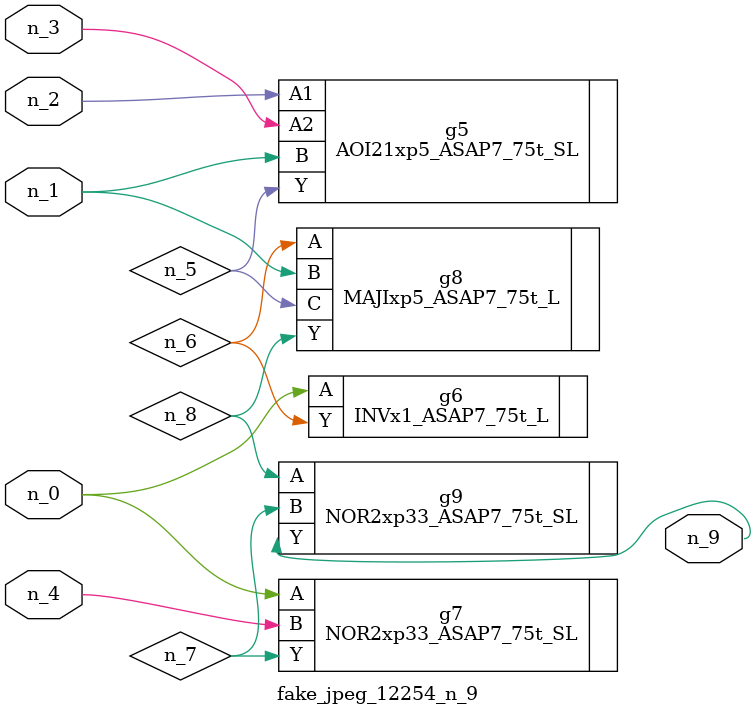
<source format=v>
module fake_jpeg_12254_n_9 (n_3, n_2, n_1, n_0, n_4, n_9);

input n_3;
input n_2;
input n_1;
input n_0;
input n_4;

output n_9;

wire n_8;
wire n_6;
wire n_5;
wire n_7;

AOI21xp5_ASAP7_75t_SL g5 ( 
.A1(n_2),
.A2(n_3),
.B(n_1),
.Y(n_5)
);

INVx1_ASAP7_75t_L g6 ( 
.A(n_0),
.Y(n_6)
);

NOR2xp33_ASAP7_75t_SL g7 ( 
.A(n_0),
.B(n_4),
.Y(n_7)
);

MAJIxp5_ASAP7_75t_L g8 ( 
.A(n_6),
.B(n_1),
.C(n_5),
.Y(n_8)
);

NOR2xp33_ASAP7_75t_SL g9 ( 
.A(n_8),
.B(n_7),
.Y(n_9)
);


endmodule
</source>
